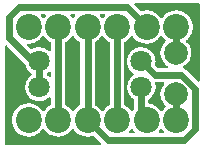
<source format=gbl>
G04 Layer: BottomLayer*
G04 EasyEDA v6.5.5, 2022-07-15 14:42:27*
G04 2642ab15f52d4cf38600742e9c2e641c,d87ca97578a24c0188edd79bd05468ec,10*
G04 Gerber Generator version 0.2*
G04 Scale: 100 percent, Rotated: No, Reflected: No *
G04 Dimensions in millimeters *
G04 leading zeros omitted , absolute positions ,4 integer and 5 decimal *
%FSLAX45Y45*%
%MOMM*%

%ADD11C,2.2000*%
%ADD12C,1.8000*%
%ADD13C,2.0000*%
%ADD14C,0.6000*%

%LPD*%
G36*
X-527050Y454761D02*
G01*
X-530707Y456133D01*
X-533552Y458825D01*
X-541629Y469950D01*
X-544576Y473151D01*
X-546608Y476453D01*
X-547268Y480314D01*
X-546404Y484073D01*
X-544169Y487273D01*
X-540918Y489407D01*
X-537108Y490169D01*
X-513740Y490169D01*
X-510032Y489458D01*
X-506831Y487426D01*
X-504545Y484378D01*
X-503631Y480669D01*
X-504088Y476910D01*
X-505866Y473557D01*
X-514045Y463600D01*
X-516788Y459282D01*
X-519531Y456488D01*
X-523087Y454914D01*
G37*

%LPD*%
G36*
X-27025Y454761D02*
G01*
X-30683Y456133D01*
X-33578Y458825D01*
X-41656Y469950D01*
X-44602Y473151D01*
X-46634Y476453D01*
X-47244Y480314D01*
X-46380Y484073D01*
X-44196Y487273D01*
X-40894Y489407D01*
X-37084Y490169D01*
X-13766Y490169D01*
X-10007Y489458D01*
X-6807Y487426D01*
X-4572Y484378D01*
X-3606Y480669D01*
X-4064Y476910D01*
X-5892Y473557D01*
X-14071Y463600D01*
X-16814Y459282D01*
X-19507Y456488D01*
X-23114Y454914D01*
G37*

%LPD*%
G36*
X-277012Y454761D02*
G01*
X-280720Y456133D01*
X-283565Y458825D01*
X-291642Y469950D01*
X-294589Y473151D01*
X-296621Y476453D01*
X-297230Y480314D01*
X-296418Y484073D01*
X-294182Y487273D01*
X-290931Y489407D01*
X-287070Y490169D01*
X-263753Y490169D01*
X-259994Y489458D01*
X-256794Y487426D01*
X-254558Y484378D01*
X-253593Y480669D01*
X-254050Y476910D01*
X-255879Y473557D01*
X-264058Y463600D01*
X-266801Y459282D01*
X-269544Y456488D01*
X-273100Y454914D01*
G37*

%LPD*%
G36*
X-470966Y175310D02*
G01*
X-474827Y176072D01*
X-478129Y178206D01*
X-480415Y180390D01*
X-492251Y189331D01*
X-505104Y196748D01*
X-518769Y202539D01*
X-533044Y206603D01*
X-547674Y208889D01*
X-562508Y209346D01*
X-577291Y207975D01*
X-591769Y204774D01*
X-605739Y199847D01*
X-619607Y192887D01*
X-622808Y191465D01*
X-626262Y191211D01*
X-629564Y192176D01*
X-632409Y194157D01*
X-661517Y223215D01*
X-663702Y226466D01*
X-664514Y230327D01*
X-663803Y234137D01*
X-661670Y237439D01*
X-658469Y239725D01*
X-654608Y240588D01*
X-638352Y241046D01*
X-622503Y243332D01*
X-607009Y247396D01*
X-592023Y253187D01*
X-577850Y260705D01*
X-564591Y269748D01*
X-552500Y280263D01*
X-541629Y292049D01*
X-533552Y303174D01*
X-530707Y305866D01*
X-527050Y307238D01*
X-523087Y307136D01*
X-519531Y305511D01*
X-516788Y302717D01*
X-514045Y298450D01*
X-503885Y286004D01*
X-492404Y274828D01*
X-479704Y265023D01*
X-465835Y256692D01*
X-463194Y254406D01*
X-461518Y251358D01*
X-460908Y247954D01*
X-460908Y185470D01*
X-461670Y181610D01*
X-463854Y178358D01*
X-467106Y176123D01*
G37*

%LPD*%
G36*
X-470560Y-40589D02*
G01*
X-474370Y-40030D01*
X-477672Y-38150D01*
X-486206Y-30835D01*
X-491083Y-27635D01*
X-493826Y-24892D01*
X-495350Y-21386D01*
X-495503Y-17526D01*
X-494182Y-13919D01*
X-491591Y-11023D01*
X-480415Y-2590D01*
X-478129Y-406D01*
X-474827Y1727D01*
X-470966Y2489D01*
X-467106Y1676D01*
X-463854Y-558D01*
X-461670Y-3810D01*
X-460908Y-7670D01*
X-460908Y-30429D01*
X-461619Y-34188D01*
X-463702Y-37439D01*
X-466801Y-39674D01*
G37*

%LPD*%
G36*
X789432Y-82956D02*
G01*
X785520Y-82194D01*
X782269Y-79959D01*
X685139Y17170D01*
X677418Y23723D01*
X670712Y27889D01*
X663244Y31191D01*
X659638Y33731D01*
X657453Y37541D01*
X657047Y41910D01*
X658571Y46075D01*
X661720Y49174D01*
X672947Y56286D01*
X684987Y66040D01*
X695756Y77114D01*
X705104Y89408D01*
X712978Y102717D01*
X719226Y116890D01*
X723747Y131673D01*
X726490Y146862D01*
X727405Y162306D01*
X726490Y177749D01*
X723747Y192938D01*
X719226Y207721D01*
X712978Y221894D01*
X705104Y235204D01*
X695756Y247497D01*
X686765Y256743D01*
X684580Y260197D01*
X683920Y264261D01*
X684885Y268224D01*
X687425Y271475D01*
X697534Y280263D01*
X708355Y292049D01*
X717804Y305054D01*
X725678Y319024D01*
X731926Y333806D01*
X736447Y349199D01*
X739190Y364998D01*
X740105Y381000D01*
X739190Y397002D01*
X736447Y412800D01*
X731926Y428193D01*
X725678Y442976D01*
X717804Y456946D01*
X708355Y469950D01*
X697534Y481736D01*
X685393Y492251D01*
X672134Y501294D01*
X657961Y508812D01*
X643026Y514604D01*
X627481Y518668D01*
X611632Y520954D01*
X595579Y521411D01*
X579628Y520039D01*
X563880Y516890D01*
X548640Y511911D01*
X534060Y505256D01*
X520293Y496976D01*
X507593Y487172D01*
X496112Y475996D01*
X485952Y463600D01*
X483209Y459282D01*
X480466Y456488D01*
X476910Y454863D01*
X472998Y454761D01*
X469290Y456133D01*
X466445Y458825D01*
X458368Y469950D01*
X447497Y481736D01*
X435406Y492251D01*
X422148Y501294D01*
X407974Y508812D01*
X392988Y514604D01*
X377494Y518668D01*
X361645Y520954D01*
X345592Y521411D01*
X329590Y520039D01*
X313893Y516890D01*
X308711Y515213D01*
X305054Y514705D01*
X301447Y515569D01*
X298399Y517651D01*
X249732Y566369D01*
X247497Y569620D01*
X246735Y573532D01*
X247497Y577443D01*
X249732Y580694D01*
X253034Y582930D01*
X256895Y583692D01*
X789432Y583692D01*
X793343Y582930D01*
X796594Y580694D01*
X798830Y577443D01*
X799592Y573532D01*
X799592Y-72796D01*
X798830Y-76657D01*
X796594Y-79959D01*
X793343Y-82194D01*
G37*

%LPD*%
G36*
X222961Y-332638D02*
G01*
X219303Y-331266D01*
X216408Y-328574D01*
X208381Y-317449D01*
X197510Y-305663D01*
X185369Y-295148D01*
X172161Y-286105D01*
X165506Y-282600D01*
X162661Y-280314D01*
X160731Y-277215D01*
X160121Y-273608D01*
X160121Y248208D01*
X160731Y251815D01*
X162661Y254914D01*
X165506Y257200D01*
X172161Y260705D01*
X185369Y269748D01*
X197510Y280263D01*
X208381Y292049D01*
X216408Y303174D01*
X219303Y305866D01*
X222961Y307238D01*
X226872Y307136D01*
X230479Y305511D01*
X233171Y302717D01*
X235966Y298450D01*
X246075Y286004D01*
X257606Y274828D01*
X270306Y265023D01*
X284022Y256743D01*
X298653Y250088D01*
X313893Y245110D01*
X329590Y241960D01*
X345592Y240588D01*
X361645Y241046D01*
X377494Y243332D01*
X392988Y247396D01*
X407974Y253187D01*
X422148Y260705D01*
X435406Y269748D01*
X447497Y280263D01*
X458368Y292049D01*
X466445Y303174D01*
X469290Y305866D01*
X472998Y307238D01*
X476910Y307136D01*
X480466Y305511D01*
X483209Y302717D01*
X485952Y298450D01*
X496112Y286004D01*
X507593Y274828D01*
X511352Y270764D01*
X512470Y266496D01*
X511708Y262178D01*
X509168Y258571D01*
X503275Y253187D01*
X493166Y241503D01*
X484530Y228650D01*
X477469Y214884D01*
X472084Y200406D01*
X468477Y185369D01*
X466648Y170027D01*
X466648Y154584D01*
X468477Y139242D01*
X472084Y124206D01*
X477469Y109728D01*
X484530Y95961D01*
X493166Y83108D01*
X503275Y71424D01*
X514705Y60960D01*
X525068Y53543D01*
X527913Y50393D01*
X529234Y46380D01*
X528828Y42164D01*
X526694Y38506D01*
X523290Y35966D01*
X519176Y35102D01*
X448360Y35102D01*
X444500Y35864D01*
X441198Y38100D01*
X425145Y54152D01*
X423214Y56794D01*
X422249Y59893D01*
X422351Y63195D01*
X424383Y74117D01*
X425297Y88900D01*
X424383Y103682D01*
X421640Y118313D01*
X417169Y132435D01*
X410972Y145897D01*
X403148Y158496D01*
X393852Y170078D01*
X383184Y180390D01*
X371348Y189331D01*
X358495Y196748D01*
X344830Y202539D01*
X330555Y206603D01*
X315925Y208889D01*
X301091Y209346D01*
X286308Y207975D01*
X271830Y204774D01*
X257860Y199847D01*
X244551Y193243D01*
X232206Y185064D01*
X220929Y175412D01*
X210921Y164439D01*
X202336Y152349D01*
X195326Y139242D01*
X189992Y125425D01*
X186385Y111048D01*
X184556Y96316D01*
X184556Y81483D01*
X186385Y66751D01*
X189992Y52374D01*
X195326Y38557D01*
X202336Y25450D01*
X210921Y13360D01*
X220929Y2387D01*
X232206Y-7264D01*
X237083Y-10464D01*
X239826Y-13208D01*
X241350Y-16713D01*
X241503Y-20574D01*
X240182Y-24180D01*
X237591Y-27076D01*
X226415Y-35509D01*
X215747Y-45821D01*
X206451Y-57404D01*
X198628Y-70002D01*
X192430Y-83464D01*
X187960Y-97586D01*
X185216Y-112217D01*
X184302Y-127000D01*
X185216Y-141782D01*
X187960Y-156413D01*
X192430Y-170535D01*
X198628Y-183997D01*
X206451Y-196596D01*
X215747Y-208178D01*
X226415Y-218490D01*
X241909Y-230276D01*
X243687Y-233324D01*
X244297Y-236778D01*
X244297Y-309981D01*
X243687Y-313385D01*
X242011Y-316433D01*
X235966Y-323799D01*
X233171Y-328117D01*
X230479Y-330911D01*
X226872Y-332486D01*
G37*

%LPD*%
G36*
X-27025Y-332638D02*
G01*
X-30683Y-331266D01*
X-33578Y-328574D01*
X-41656Y-317449D01*
X-52476Y-305663D01*
X-64617Y-295148D01*
X-77825Y-286105D01*
X-84480Y-282600D01*
X-87325Y-280314D01*
X-89255Y-277215D01*
X-89865Y-273608D01*
X-89865Y248208D01*
X-89255Y251815D01*
X-87325Y254965D01*
X-84480Y257200D01*
X-77825Y260705D01*
X-64617Y269748D01*
X-52476Y280263D01*
X-41656Y292049D01*
X-33578Y303174D01*
X-30683Y305866D01*
X-27025Y307238D01*
X-23114Y307136D01*
X-19507Y305511D01*
X-16814Y302717D01*
X-14071Y298450D01*
X-3911Y286004D01*
X7620Y274828D01*
X20320Y265023D01*
X34188Y256692D01*
X36779Y254406D01*
X38506Y251358D01*
X39065Y247954D01*
X39065Y-273354D01*
X38506Y-276758D01*
X36779Y-279806D01*
X34188Y-282041D01*
X20320Y-290423D01*
X7620Y-300228D01*
X-3911Y-311404D01*
X-14071Y-323799D01*
X-16814Y-328117D01*
X-19507Y-330911D01*
X-23114Y-332486D01*
G37*

%LPD*%
G36*
X-277012Y-332638D02*
G01*
X-280720Y-331266D01*
X-283565Y-328574D01*
X-291642Y-317449D01*
X-302463Y-305663D01*
X-314604Y-295148D01*
X-327863Y-286105D01*
X-334467Y-282600D01*
X-337362Y-280314D01*
X-339242Y-277215D01*
X-339902Y-273608D01*
X-339902Y248208D01*
X-339242Y251815D01*
X-337362Y254914D01*
X-334467Y257200D01*
X-327863Y260705D01*
X-314604Y269748D01*
X-302463Y280263D01*
X-291642Y292049D01*
X-283565Y303174D01*
X-280720Y305866D01*
X-277012Y307238D01*
X-273100Y307136D01*
X-269544Y305511D01*
X-266801Y302717D01*
X-264058Y298450D01*
X-253898Y286004D01*
X-242417Y274828D01*
X-229717Y265023D01*
X-215798Y256641D01*
X-213207Y254406D01*
X-211480Y251358D01*
X-210921Y247954D01*
X-210921Y-273354D01*
X-211480Y-276758D01*
X-213207Y-279806D01*
X-215798Y-282041D01*
X-229717Y-290423D01*
X-242417Y-300228D01*
X-253898Y-311404D01*
X-264058Y-323799D01*
X-266801Y-328117D01*
X-269544Y-330911D01*
X-273100Y-332486D01*
G37*

%LPD*%
G36*
X472998Y-332638D02*
G01*
X469290Y-331266D01*
X466445Y-328574D01*
X458368Y-317449D01*
X447497Y-305663D01*
X435406Y-295148D01*
X422148Y-286105D01*
X407974Y-278587D01*
X392988Y-272796D01*
X377494Y-268732D01*
X374040Y-268224D01*
X370586Y-267055D01*
X367792Y-264820D01*
X365963Y-261721D01*
X365302Y-258165D01*
X365302Y-236626D01*
X365861Y-233324D01*
X367436Y-230428D01*
X369874Y-228142D01*
X377393Y-223164D01*
X388670Y-213512D01*
X398678Y-202539D01*
X407263Y-190449D01*
X414274Y-177342D01*
X419608Y-163525D01*
X423214Y-149148D01*
X425043Y-134416D01*
X425043Y-119583D01*
X423214Y-104851D01*
X421640Y-98552D01*
X421385Y-94894D01*
X422503Y-91389D01*
X424738Y-88493D01*
X427888Y-86563D01*
X431495Y-85902D01*
X490524Y-85902D01*
X494284Y-86614D01*
X497535Y-88696D01*
X499719Y-91846D01*
X500634Y-95554D01*
X500126Y-99364D01*
X498195Y-102717D01*
X493166Y-108508D01*
X484530Y-121361D01*
X477469Y-135128D01*
X472084Y-149606D01*
X468477Y-164642D01*
X466648Y-179984D01*
X466648Y-195427D01*
X468477Y-210769D01*
X472084Y-225806D01*
X477469Y-240284D01*
X484530Y-254050D01*
X493166Y-266903D01*
X503275Y-278587D01*
X509168Y-283972D01*
X511708Y-287578D01*
X512470Y-291896D01*
X511301Y-296164D01*
X507593Y-300228D01*
X496112Y-311404D01*
X485952Y-323799D01*
X483209Y-328117D01*
X480466Y-330911D01*
X476910Y-332536D01*
G37*

%LPD*%
G36*
X461009Y-517601D02*
G01*
X457200Y-516839D01*
X453948Y-514705D01*
X451713Y-511505D01*
X450900Y-507746D01*
X451510Y-503885D01*
X453542Y-500583D01*
X458368Y-495350D01*
X466445Y-484225D01*
X469290Y-481533D01*
X472998Y-480161D01*
X476910Y-480263D01*
X480466Y-481888D01*
X483209Y-484682D01*
X485952Y-488950D01*
X495808Y-500989D01*
X497585Y-504342D01*
X498043Y-508101D01*
X497078Y-511809D01*
X494842Y-514858D01*
X491642Y-516890D01*
X487934Y-517601D01*
G37*

%LPD*%
G36*
X211023Y-517601D02*
G01*
X207213Y-516839D01*
X203962Y-514705D01*
X201726Y-511505D01*
X200863Y-507746D01*
X201523Y-503885D01*
X203555Y-500583D01*
X208381Y-495350D01*
X216408Y-484225D01*
X219303Y-481533D01*
X222961Y-480161D01*
X226872Y-480263D01*
X230479Y-481888D01*
X233171Y-484682D01*
X235966Y-488950D01*
X245770Y-500989D01*
X247599Y-504342D01*
X248056Y-508101D01*
X247091Y-511809D01*
X244856Y-514858D01*
X241655Y-516890D01*
X237896Y-517601D01*
G37*

%LPD*%
G36*
X-840232Y-621792D02*
G01*
X-844143Y-621030D01*
X-847394Y-618794D01*
X-849630Y-615543D01*
X-850392Y-611632D01*
X-850392Y216306D01*
X-849630Y220217D01*
X-847394Y223520D01*
X-844143Y225704D01*
X-840232Y226466D01*
X-836371Y225704D01*
X-833069Y223520D01*
X-679602Y70256D01*
X-677926Y68072D01*
X-676910Y65532D01*
X-673608Y52374D01*
X-668274Y38557D01*
X-661263Y25450D01*
X-652678Y13360D01*
X-642670Y2387D01*
X-631393Y-7264D01*
X-626516Y-10464D01*
X-623773Y-13208D01*
X-622249Y-16713D01*
X-622096Y-20574D01*
X-623417Y-24180D01*
X-626008Y-27076D01*
X-637184Y-35509D01*
X-647852Y-45821D01*
X-657148Y-57404D01*
X-664972Y-70002D01*
X-671169Y-83464D01*
X-675640Y-97586D01*
X-678383Y-112217D01*
X-679297Y-127000D01*
X-678383Y-141782D01*
X-675640Y-156413D01*
X-671169Y-170535D01*
X-664972Y-183997D01*
X-657148Y-196596D01*
X-647852Y-208178D01*
X-637184Y-218490D01*
X-625348Y-227431D01*
X-612495Y-234848D01*
X-598830Y-240639D01*
X-584555Y-244703D01*
X-569925Y-246989D01*
X-555091Y-247446D01*
X-540308Y-246075D01*
X-525830Y-242874D01*
X-511860Y-237947D01*
X-498551Y-231343D01*
X-486206Y-223164D01*
X-477672Y-215849D01*
X-474370Y-213969D01*
X-470560Y-213410D01*
X-466801Y-214325D01*
X-463702Y-216560D01*
X-461619Y-219811D01*
X-460908Y-223570D01*
X-460908Y-273354D01*
X-461518Y-276758D01*
X-463194Y-279806D01*
X-465835Y-282041D01*
X-479704Y-290423D01*
X-492404Y-300228D01*
X-503885Y-311404D01*
X-514045Y-323799D01*
X-516788Y-328117D01*
X-519531Y-330911D01*
X-523087Y-332486D01*
X-527050Y-332638D01*
X-530707Y-331266D01*
X-533552Y-328574D01*
X-541629Y-317449D01*
X-552500Y-305663D01*
X-564591Y-295148D01*
X-577850Y-286105D01*
X-592023Y-278587D01*
X-607009Y-272796D01*
X-622503Y-268732D01*
X-638352Y-266446D01*
X-654405Y-265988D01*
X-670407Y-267360D01*
X-686104Y-270510D01*
X-701344Y-275488D01*
X-715975Y-282143D01*
X-729691Y-290423D01*
X-742391Y-300228D01*
X-753922Y-311404D01*
X-764032Y-323799D01*
X-772718Y-337312D01*
X-779780Y-351688D01*
X-785215Y-366826D01*
X-788822Y-382422D01*
X-790651Y-398373D01*
X-790651Y-414426D01*
X-788822Y-430377D01*
X-785215Y-445973D01*
X-779780Y-461060D01*
X-772718Y-475488D01*
X-764032Y-488950D01*
X-753922Y-501396D01*
X-742391Y-512572D01*
X-729691Y-522376D01*
X-715975Y-530656D01*
X-701344Y-537311D01*
X-686104Y-542290D01*
X-670407Y-545439D01*
X-654405Y-546811D01*
X-638352Y-546354D01*
X-622503Y-544068D01*
X-607009Y-540004D01*
X-592023Y-534212D01*
X-577850Y-526694D01*
X-564591Y-517651D01*
X-552500Y-507136D01*
X-541629Y-495350D01*
X-533552Y-484225D01*
X-530707Y-481533D01*
X-527050Y-480161D01*
X-523087Y-480263D01*
X-519531Y-481888D01*
X-516788Y-484682D01*
X-514045Y-488950D01*
X-503885Y-501396D01*
X-492404Y-512572D01*
X-479704Y-522376D01*
X-465937Y-530656D01*
X-451358Y-537311D01*
X-436118Y-542290D01*
X-420370Y-545439D01*
X-404418Y-546811D01*
X-388366Y-546354D01*
X-372516Y-544068D01*
X-356971Y-540004D01*
X-342036Y-534212D01*
X-327863Y-526694D01*
X-314604Y-517651D01*
X-302463Y-507136D01*
X-291642Y-495350D01*
X-283565Y-484225D01*
X-280720Y-481533D01*
X-277012Y-480161D01*
X-273100Y-480263D01*
X-269544Y-481888D01*
X-266801Y-484682D01*
X-264058Y-488950D01*
X-253898Y-501396D01*
X-242417Y-512572D01*
X-229717Y-522376D01*
X-215950Y-530656D01*
X-201371Y-537311D01*
X-186131Y-542290D01*
X-170383Y-545439D01*
X-154432Y-546811D01*
X-138379Y-546354D01*
X-122478Y-544068D01*
X-108915Y-540512D01*
X-105460Y-540207D01*
X-102057Y-541172D01*
X-99161Y-543153D01*
X-37896Y-604469D01*
X-35661Y-607720D01*
X-34899Y-611632D01*
X-35661Y-615543D01*
X-37896Y-618794D01*
X-41198Y-621030D01*
X-45059Y-621792D01*
G37*

%LPD*%
D14*
X-558800Y88900D02*
G01*
X-612647Y88900D01*
X-812800Y288797D01*
X-812800Y468884D01*
X-730758Y550671D01*
X179831Y550671D01*
X349504Y381000D01*
X-150368Y-406400D02*
G01*
X21336Y-578104D01*
X666750Y-578104D01*
X762000Y-482854D01*
X762000Y-145287D01*
X642111Y-25400D01*
X419100Y-25400D01*
X304800Y88900D01*
X349605Y-406400D02*
G01*
X304800Y-361594D01*
X304800Y-127000D01*
X599592Y-406400D02*
G01*
X596900Y-403707D01*
X596900Y-187705D01*
X596900Y162305D02*
G01*
X599592Y164998D01*
X599592Y381000D01*
X99593Y-406400D02*
G01*
X99593Y381000D01*
X-558800Y-127000D02*
G01*
X-558800Y88900D01*
X-150393Y381000D02*
G01*
X-150393Y-406400D01*
X-400405Y-406400D02*
G01*
X-400405Y381000D01*
D11*
G01*
X-650392Y381000D03*
G01*
X-400405Y381000D03*
G01*
X-150393Y381000D03*
G01*
X99593Y381000D03*
G01*
X349605Y381000D03*
G01*
X599592Y381000D03*
D12*
G01*
X-558800Y88900D03*
G01*
X304800Y88900D03*
G01*
X304800Y-127000D03*
G01*
X-558800Y-127000D03*
D13*
G01*
X596900Y-187705D03*
G01*
X596900Y162305D03*
D11*
G01*
X-650392Y-406400D03*
G01*
X-400405Y-406400D03*
G01*
X-150393Y-406400D03*
G01*
X99593Y-406400D03*
G01*
X349605Y-406400D03*
G01*
X599592Y-406400D03*
M02*

</source>
